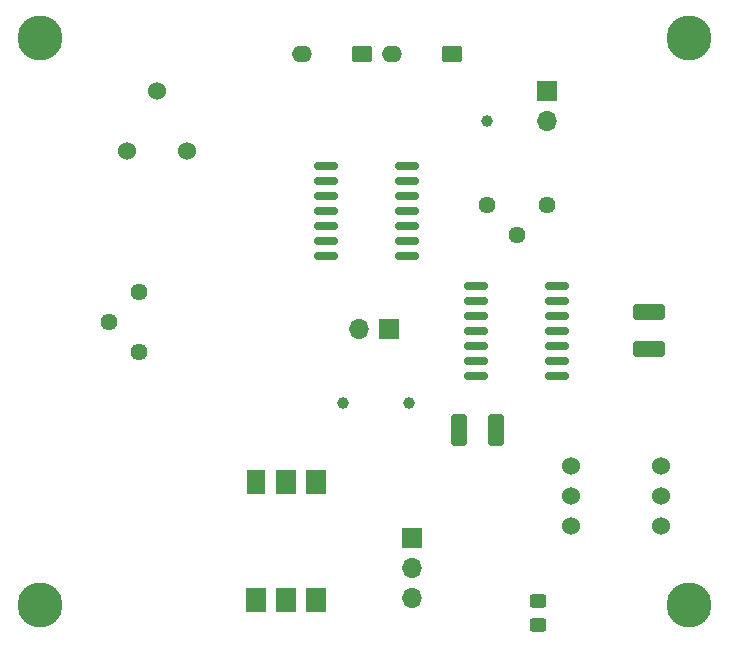
<source format=gbr>
%TF.GenerationSoftware,KiCad,Pcbnew,(6.0.11)*%
%TF.CreationDate,2023-04-19T21:38:18+02:00*%
%TF.ProjectId,FringeLocker,4672696e-6765-44c6-9f63-6b65722e6b69,0.1*%
%TF.SameCoordinates,Original*%
%TF.FileFunction,Soldermask,Top*%
%TF.FilePolarity,Negative*%
%FSLAX46Y46*%
G04 Gerber Fmt 4.6, Leading zero omitted, Abs format (unit mm)*
G04 Created by KiCad (PCBNEW (6.0.11)) date 2023-04-19 21:38:18*
%MOMM*%
%LPD*%
G01*
G04 APERTURE LIST*
G04 Aperture macros list*
%AMRoundRect*
0 Rectangle with rounded corners*
0 $1 Rounding radius*
0 $2 $3 $4 $5 $6 $7 $8 $9 X,Y pos of 4 corners*
0 Add a 4 corners polygon primitive as box body*
4,1,4,$2,$3,$4,$5,$6,$7,$8,$9,$2,$3,0*
0 Add four circle primitives for the rounded corners*
1,1,$1+$1,$2,$3*
1,1,$1+$1,$4,$5*
1,1,$1+$1,$6,$7*
1,1,$1+$1,$8,$9*
0 Add four rect primitives between the rounded corners*
20,1,$1+$1,$2,$3,$4,$5,0*
20,1,$1+$1,$4,$5,$6,$7,0*
20,1,$1+$1,$6,$7,$8,$9,0*
20,1,$1+$1,$8,$9,$2,$3,0*%
G04 Aperture macros list end*
%ADD10RoundRect,0.250000X1.100000X-0.412500X1.100000X0.412500X-1.100000X0.412500X-1.100000X-0.412500X0*%
%ADD11RoundRect,0.250000X0.412500X1.100000X-0.412500X1.100000X-0.412500X-1.100000X0.412500X-1.100000X0*%
%ADD12RoundRect,0.250000X-0.450000X0.325000X-0.450000X-0.325000X0.450000X-0.325000X0.450000X0.325000X0*%
%ADD13C,1.000000*%
%ADD14C,3.800000*%
%ADD15C,1.524000*%
%ADD16R,1.700000X1.700000*%
%ADD17O,1.700000X1.700000*%
%ADD18C,1.440000*%
%ADD19RoundRect,0.150000X-0.837500X-0.150000X0.837500X-0.150000X0.837500X0.150000X-0.837500X0.150000X0*%
%ADD20R,1.780000X2.000000*%
%ADD21R,1.750000X2.000000*%
%ADD22R,1.620000X2.000000*%
%ADD23R,1.700000X2.000000*%
%ADD24RoundRect,0.249200X0.600800X0.450800X-0.600800X0.450800X-0.600800X-0.450800X0.600800X-0.450800X0*%
%ADD25O,1.700000X1.400000*%
G04 APERTURE END LIST*
D10*
%TO.C,C3*%
X161036000Y-82804000D03*
X161036000Y-79679000D03*
%TD*%
D11*
%TO.C,C2*%
X148082000Y-89662000D03*
X144957000Y-89662000D03*
%TD*%
D12*
%TO.C,D3*%
X151638000Y-104131000D03*
X151638000Y-106181000D03*
%TD*%
D13*
%TO.C,TP1*%
X140716000Y-87376000D03*
%TD*%
%TO.C,TP3*%
X147320000Y-63500000D03*
%TD*%
D14*
%TO.C,REF3*%
X164500000Y-104500000D03*
%TD*%
D15*
%TO.C,RV3*%
X154495500Y-97853500D03*
X154495500Y-95313500D03*
X154495500Y-92773500D03*
X162115500Y-97853500D03*
X162115500Y-95313500D03*
X162115500Y-92773500D03*
%TD*%
D16*
%TO.C,J2*%
X152400000Y-60960000D03*
D17*
X152400000Y-63500000D03*
%TD*%
D18*
%TO.C,RV2*%
X152400000Y-70600000D03*
X149860000Y-73140000D03*
X147320000Y-70600000D03*
%TD*%
D19*
%TO.C,U1*%
X133697500Y-67310000D03*
X133697500Y-68580000D03*
X133697500Y-69850000D03*
X133697500Y-71120000D03*
X133697500Y-72390000D03*
X133697500Y-73660000D03*
X133697500Y-74930000D03*
X140622500Y-74930000D03*
X140622500Y-73660000D03*
X140622500Y-72390000D03*
X140622500Y-71120000D03*
X140622500Y-69850000D03*
X140622500Y-68580000D03*
X140622500Y-67310000D03*
%TD*%
D16*
%TO.C,J1*%
X139095000Y-81160000D03*
D17*
X136555000Y-81160000D03*
%TD*%
D20*
%TO.C,SW1*%
X132842000Y-94060000D03*
D21*
X130342000Y-94060000D03*
D22*
X127842000Y-94060000D03*
D23*
X132842000Y-104060000D03*
D20*
X130342000Y-104060000D03*
X127842000Y-104060000D03*
%TD*%
D14*
%TO.C,REF2*%
X164500000Y-56500000D03*
%TD*%
D19*
%TO.C,U2*%
X146397500Y-77470000D03*
X146397500Y-78740000D03*
X146397500Y-80010000D03*
X146397500Y-81280000D03*
X146397500Y-82550000D03*
X146397500Y-83820000D03*
X146397500Y-85090000D03*
X153322500Y-85090000D03*
X153322500Y-83820000D03*
X153322500Y-82550000D03*
X153322500Y-81280000D03*
X153322500Y-80010000D03*
X153322500Y-78740000D03*
X153322500Y-77470000D03*
%TD*%
D14*
%TO.C,REF1*%
X109500000Y-56500000D03*
%TD*%
D18*
%TO.C,RV4*%
X117856000Y-83058000D03*
X115316000Y-80518000D03*
X117856000Y-77978000D03*
%TD*%
D14*
%TO.C,REF4*%
X109500000Y-104500000D03*
%TD*%
D15*
%TO.C,RV1*%
X116840000Y-66040000D03*
X119380000Y-60960000D03*
X121920000Y-66040000D03*
%TD*%
D13*
%TO.C,TP2*%
X135128000Y-87376000D03*
%TD*%
D16*
%TO.C,J3*%
X140970000Y-98806000D03*
D17*
X140970000Y-101346000D03*
X140970000Y-103886000D03*
%TD*%
D24*
%TO.C,D1*%
X136790000Y-57830000D03*
D25*
X131710000Y-57830000D03*
%TD*%
D24*
%TO.C,D2*%
X144410000Y-57830000D03*
D25*
X139330000Y-57830000D03*
%TD*%
M02*

</source>
